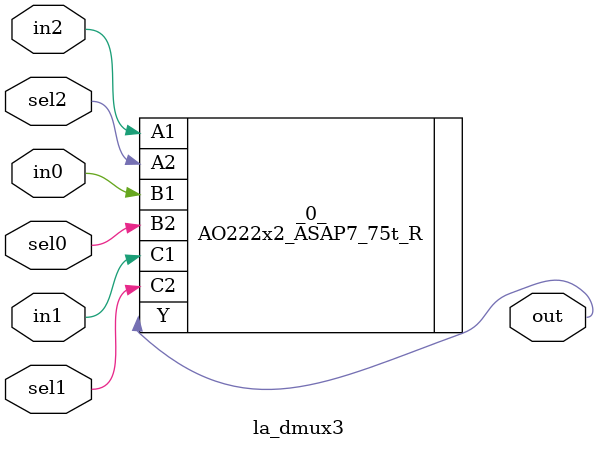
<source format=v>

/* Generated by Yosys 0.44 (git sha1 80ba43d26, g++ 11.4.0-1ubuntu1~22.04 -fPIC -O3) */

(* top =  1  *)
(* src = "inputs/la_dmux3.v:10.1-24.10" *)
module la_dmux3 (
    sel0,
    sel1,
    sel2,
    in0,
    in1,
    in2,
    out
);
  (* src = "inputs/la_dmux3.v:16.12-16.15" *)
  input in0;
  wire in0;
  (* src = "inputs/la_dmux3.v:17.12-17.15" *)
  input in1;
  wire in1;
  (* src = "inputs/la_dmux3.v:18.12-18.15" *)
  input in2;
  wire in2;
  (* src = "inputs/la_dmux3.v:19.12-19.15" *)
  output out;
  wire out;
  (* src = "inputs/la_dmux3.v:13.12-13.16" *)
  input sel0;
  wire sel0;
  (* src = "inputs/la_dmux3.v:14.12-14.16" *)
  input sel1;
  wire sel1;
  (* src = "inputs/la_dmux3.v:15.12-15.16" *)
  input sel2;
  wire sel2;
  AO222x2_ASAP7_75t_R _0_ (
      .A1(in2),
      .A2(sel2),
      .B1(in0),
      .B2(sel0),
      .C1(in1),
      .C2(sel1),
      .Y (out)
  );
endmodule

</source>
